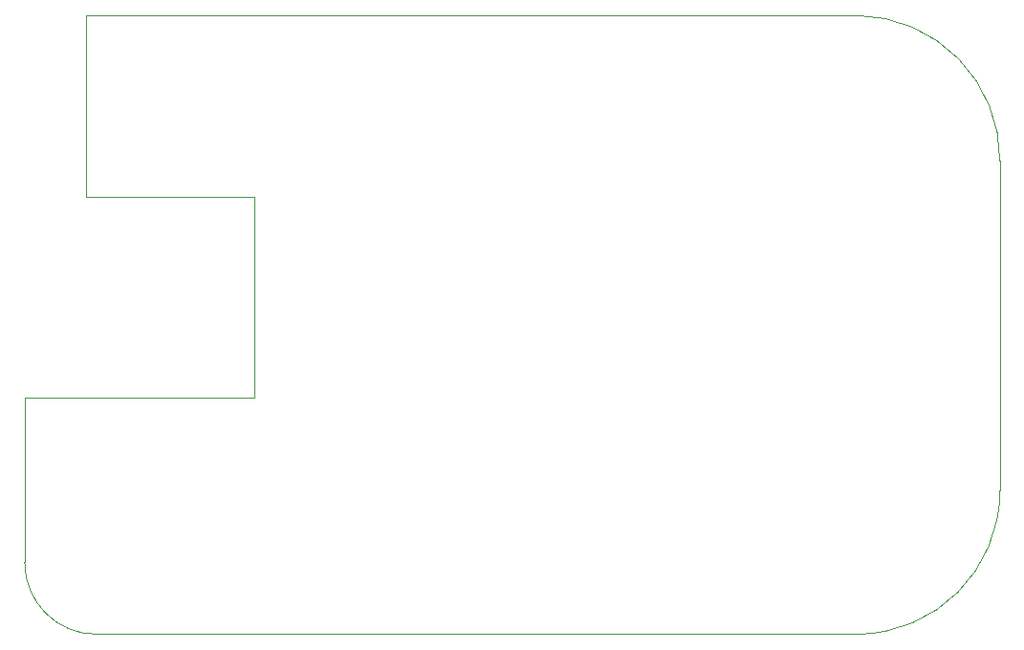
<source format=gm1>
G04 #@! TF.GenerationSoftware,KiCad,Pcbnew,8.0.6*
G04 #@! TF.CreationDate,2025-01-05T20:35:50-05:00*
G04 #@! TF.ProjectId,Beagle-AI-64-CAN-Part2,42656167-6c65-42d4-9149-2d36342d4341,rev?*
G04 #@! TF.SameCoordinates,Original*
G04 #@! TF.FileFunction,Profile,NP*
%FSLAX46Y46*%
G04 Gerber Fmt 4.6, Leading zero omitted, Abs format (unit mm)*
G04 Created by KiCad (PCBNEW 8.0.6) date 2025-01-05 20:35:50*
%MOMM*%
%LPD*%
G01*
G04 APERTURE LIST*
G04 #@! TA.AperFunction,Profile*
%ADD10C,0.050000*%
G04 #@! TD*
G04 APERTURE END LIST*
D10*
X105321100Y-125958600D02*
X105321100Y-111353600D01*
X110750000Y-93573600D02*
X110750000Y-77500000D01*
X125641100Y-93573600D02*
X110750000Y-93573600D01*
X178981100Y-132308600D02*
X111671100Y-132308600D01*
X111671100Y-132308600D02*
G75*
G02*
X105321100Y-125958600I0J6350000D01*
G01*
X191681100Y-90398600D02*
X191681100Y-119608600D01*
X178981100Y-77500000D02*
X110750000Y-77500000D01*
X105321100Y-111353600D02*
X125641100Y-111353600D01*
X125641100Y-111353600D02*
X125641100Y-93573600D01*
X191681100Y-119608600D02*
G75*
G02*
X178981100Y-132308600I-12700000J0D01*
G01*
X178981100Y-77500000D02*
G75*
G02*
X191681100Y-90398600I-99300J-12799300D01*
G01*
M02*

</source>
